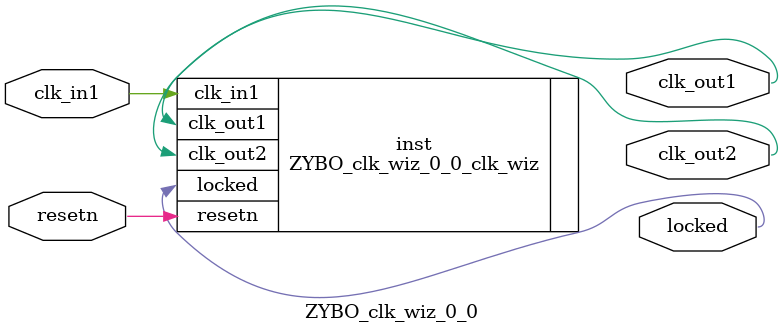
<source format=v>


`timescale 1ps/1ps

(* CORE_GENERATION_INFO = "ZYBO_clk_wiz_0_0,clk_wiz_v5_3_1,{component_name=ZYBO_clk_wiz_0_0,use_phase_alignment=true,use_min_o_jitter=false,use_max_i_jitter=false,use_dyn_phase_shift=false,use_inclk_switchover=false,use_dyn_reconfig=false,enable_axi=0,feedback_source=FDBK_AUTO,PRIMITIVE=MMCM,num_out_clk=2,clkin1_period=10.0,clkin2_period=10.0,use_power_down=false,use_reset=true,use_locked=true,use_inclk_stopped=false,feedback_type=SINGLE,CLOCK_MGR_TYPE=NA,manual_override=false}" *)

module ZYBO_clk_wiz_0_0 
 (
 // Clock in ports
  input         clk_in1,
  // Clock out ports
  output        clk_out1,
  output        clk_out2,
  // Status and control signals
  input         resetn,
  output        locked
 );

  ZYBO_clk_wiz_0_0_clk_wiz inst
  (
 // Clock in ports
  .clk_in1(clk_in1),
  // Clock out ports  
  .clk_out1(clk_out1),
  .clk_out2(clk_out2),
  // Status and control signals               
  .resetn(resetn), 
  .locked(locked)            
  );

endmodule

</source>
